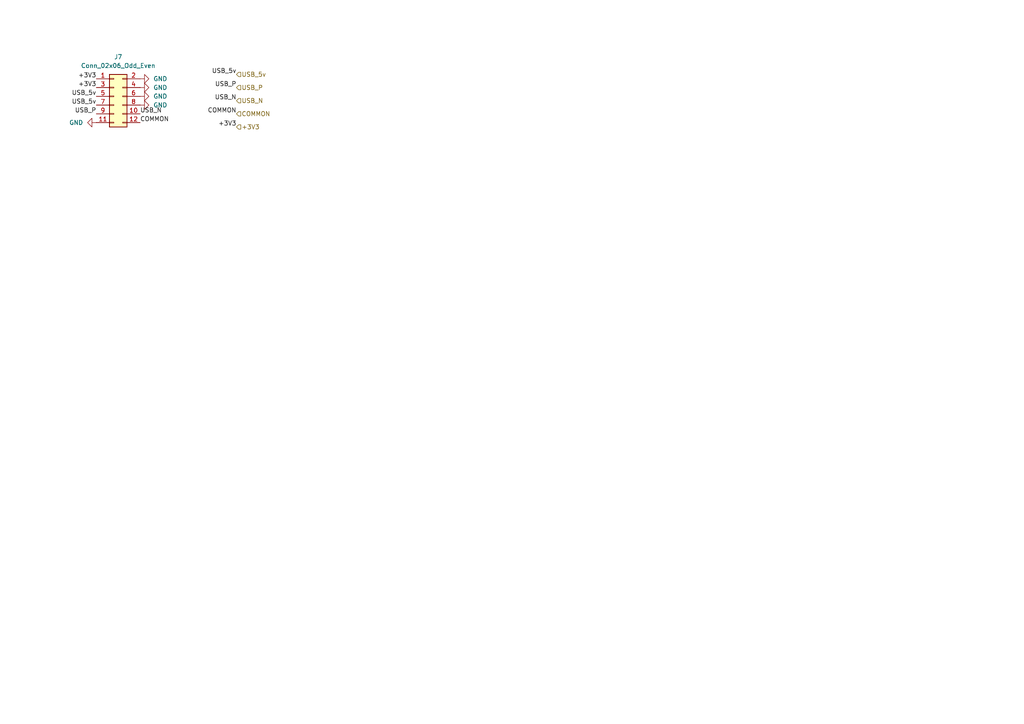
<source format=kicad_sch>
(kicad_sch (version 20250114) (generator "eeschema") (generator_version "9.0")
  (paper "A4")
  (lib_symbols
    (symbol "Connector_Generic:Conn_02x06_Odd_Even" (pin_names (offset 1.016) (hide yes))
      (property "Reference" "J" (at 1.27 7.62 0))
      (property "Value" "Conn_02x06_Odd_Even" (at 1.27 -10.16 0))
      (symbol "Conn_02x06_Odd_Even_1_1"
        (rectangle (start -1.27 6.35) (end 3.81 -8.89) (stroke (width 0.254)) (fill (type background)))
        (rectangle (start -1.27 5.207) (end 0 4.953) (stroke (width 0.1524)))
        (rectangle (start -1.27 2.667) (end 0 2.413) (stroke (width 0.1524)))
        (rectangle (start -1.27 0.127) (end 0 -0.127) (stroke (width 0.1524)))
        (rectangle (start -1.27 -2.413) (end 0 -2.667) (stroke (width 0.1524)))
        (rectangle (start -1.27 -4.953) (end 0 -5.207) (stroke (width 0.1524)))
        (rectangle (start -1.27 -7.493) (end 0 -7.747) (stroke (width 0.1524)))
        (rectangle (start 3.81 5.207) (end 2.54 4.953) (stroke (width 0.1524)))
        (rectangle (start 3.81 2.667) (end 2.54 2.413) (stroke (width 0.1524)))
        (rectangle (start 3.81 0.127) (end 2.54 -0.127) (stroke (width 0.1524)))
        (rectangle (start 3.81 -2.413) (end 2.54 -2.667) (stroke (width 0.1524)))
        (rectangle (start 3.81 -4.953) (end 2.54 -5.207) (stroke (width 0.1524)))
        (rectangle (start 3.81 -7.493) (end 2.54 -7.747) (stroke (width 0.1524)))
        (pin passive line (at -5.08 5.08 0) (length 3.81) (name "Pin_1") (number "1"))
        (pin passive line (at -5.08 2.54 0) (length 3.81) (name "Pin_3") (number "3"))
        (pin passive line (at -5.08 0 0) (length 3.81) (name "Pin_5") (number "5"))
        (pin passive line (at -5.08 -2.54 0) (length 3.81) (name "Pin_7") (number "7"))
        (pin passive line (at -5.08 -5.08 0) (length 3.81) (name "Pin_9") (number "9"))
        (pin passive line (at -5.08 -7.62 0) (length 3.81) (name "Pin_11") (number "11"))
        (pin passive line (at 7.62 5.08 180) (length 3.81) (name "Pin_2") (number "2"))
        (pin passive line (at 7.62 2.54 180) (length 3.81) (name "Pin_4") (number "4"))
        (pin passive line (at 7.62 0 180) (length 3.81) (name "Pin_6") (number "6"))
        (pin passive line (at 7.62 -2.54 180) (length 3.81) (name "Pin_8") (number "8"))
        (pin passive line (at 7.62 -5.08 180) (length 3.81) (name "Pin_10") (number "10"))
        (pin passive line (at 7.62 -7.62 180) (length 3.81) (name "Pin_12") (number "12"))
      )
    )
    (symbol "power:GND" (power) (pin_numbers (hide yes)) (pin_names (offset 0) (hide yes))
      (property "Value" "GND" (at 0 -3.81 0))
      (symbol "GND_0_1"
        (polyline (pts (xy 0 0) (xy 0 -1.27) (xy 1.27 -1.27) (xy 0 -2.54) (xy -1.27 -1.27) (xy 0 -1.27)))
      )
      (symbol "GND_1_1"
        (pin power_in line (at 0 0 270) (length 0) (name "~") (number "1"))
      )
    )
  )
  (label "USB_5v" (at 27.94 30.48 180))
  (label "+3V3" (at 27.94 22.86 180))
  (label "USB_N" (at 40.64 33.02 0))
  (label "COMMON" (at 40.64 35.56 0))
  (label "COMMON" (at 68.58 33.02 180))
  (label "USB_5v" (at 68.58 21.59 180))
  (label "USB_P" (at 27.94 33.02 180))
  (label "+3V3" (at 27.94 25.4 180))
  (label "USB_P" (at 68.58 25.4 180))
  (label "USB_N" (at 68.58 29.21 180))
  (label "USB_5v" (at 27.94 27.94 180))
  (label "+3V3" (at 68.58 36.83 180))
  (hierarchical_label "COMMON" (shape input) (at 68.58 33.02 0))
  (hierarchical_label "USB_N" (shape input) (at 68.58 29.21 0))
  (hierarchical_label "USB_P" (shape input) (at 68.58 25.4 0))
  (hierarchical_label "USB_5v" (shape input) (at 68.58 21.59 0))
  (hierarchical_label "+3V3" (shape input) (at 68.58 36.83 0))
  (symbol (lib_id "Connector_Generic:Conn_02x06_Odd_Even") (at 33.02 27.94 0) (unit 1)
    (property "Reference" "J1" (at 34.29 16.51 0))
    (property "Value" "Conn_02x06_Odd_Even" (at 34.29 19.05 0))
    (property "Footprint" "Connector_IDC:IDC-Header_2x06_P2.54mm_Vertical" (effects (hide yes)))
    (property "Description" "Generic connector, double row, 02x06, odd/even pin numbering scheme (row 1 odd numbers, row 2 even numbers), script generated (kicad-library-utils/schlib/autogen/connector/)" (effects (hide yes)))
    (instances (project "backplane" (path "" (reference "J7") (unit 1)) (path "" (reference "J15") (unit 1)) (path "" (reference "J11") (unit 1)) (path "" (reference "J3") (unit 1)) (path "" (reference "J5") (unit 1)) (path "" (reference "J13") (unit 1)) (path "" (reference "J9") (unit 1)) (path "" (reference "J1") (unit 1)) (path "" (reference "J6") (unit 1)) (path "" (reference "J14") (unit 1)) (path "" (reference "J10") (unit 1)) (path "" (reference "J2") (unit 1)) (path "" (reference "J8") (unit 1)) (path "" (reference "J16") (unit 1)) (path "" (reference "J12") (unit 1)) (path "" (reference "J4") (unit 1))))
  )
  (symbol (lib_id "power:GND") (at 40.64 22.86 90) (unit 1)
    (property "Reference" "#PWR097" (effects (hide yes)))
    (property "Value" "GND" (at 44.45 22.8599 90) (effects (justify right)))
    (property "Description" "Power symbol creates a global label with name \"GND\" , ground" (effects (hide yes)))
    (instances (project "backplane" (path "" (reference "#PWR0123") (unit 1)) (path "" (reference "#PWR0177") (unit 1)) (path "" (reference "#PWR0157") (unit 1)) (path "" (reference "#PWR0113") (unit 1)) (path "" (reference "#PWR0118") (unit 1)) (path "" (reference "#PWR0167") (unit 1)) (path "" (reference "#PWR0127") (unit 1)) (path "" (reference "#PWR097") (unit 1)) (path "" (reference "#PWR0121") (unit 1)) (path "" (reference "#PWR0172") (unit 1)) (path "" (reference "#PWR0152") (unit 1)) (path "" (reference "#PWR0102") (unit 1)) (path "" (reference "#PWR0125") (unit 1)) (path "" (reference "#PWR0182") (unit 1)) (path "" (reference "#PWR0162") (unit 1)) (path "" (reference "#PWR0133") (unit 1))))
  )
  (symbol (lib_id "power:GND") (at 27.94 35.56 270) (unit 1)
    (property "Reference" "#PWR096" (effects (hide yes)))
    (property "Value" "GND" (at 24.13 35.5599 90) (effects (justify right)))
    (property "Description" "Power symbol creates a global label with name \"GND\" , ground" (effects (hide yes)))
    (instances (project "backplane" (path "" (reference "#PWR0122") (unit 1)) (path "" (reference "#PWR0176") (unit 1)) (path "" (reference "#PWR0156") (unit 1)) (path "" (reference "#PWR0112") (unit 1)) (path "" (reference "#PWR0117") (unit 1)) (path "" (reference "#PWR0166") (unit 1)) (path "" (reference "#PWR0126") (unit 1)) (path "" (reference "#PWR096") (unit 1)) (path "" (reference "#PWR0119") (unit 1)) (path "" (reference "#PWR0171") (unit 1)) (path "" (reference "#PWR0128") (unit 1)) (path "" (reference "#PWR0101") (unit 1)) (path "" (reference "#PWR0124") (unit 1)) (path "" (reference "#PWR0181") (unit 1)) (path "" (reference "#PWR0161") (unit 1)) (path "" (reference "#PWR0132") (unit 1))))
  )
  (symbol (lib_id "power:GND") (at 40.64 25.4 90) (unit 1)
    (property "Reference" "#PWR098" (effects (hide yes)))
    (property "Value" "GND" (at 44.45 25.3999 90) (effects (justify right)))
    (property "Description" "Power symbol creates a global label with name \"GND\" , ground" (effects (hide yes)))
    (instances (project "backplane" (path "" (reference "#PWR0143") (unit 1)) (path "" (reference "#PWR0178") (unit 1)) (path "" (reference "#PWR0158") (unit 1)) (path "" (reference "#PWR0129") (unit 1)) (path "" (reference "#PWR0137") (unit 1)) (path "" (reference "#PWR0168") (unit 1)) (path "" (reference "#PWR0149") (unit 1)) (path "" (reference "#PWR098") (unit 1)) (path "" (reference "#PWR0140") (unit 1)) (path "" (reference "#PWR0173") (unit 1)) (path "" (reference "#PWR0153") (unit 1)) (path "" (reference "#PWR0103") (unit 1)) (path "" (reference "#PWR0146") (unit 1)) (path "" (reference "#PWR0183") (unit 1)) (path "" (reference "#PWR0163") (unit 1)) (path "" (reference "#PWR0134") (unit 1))))
  )
  (symbol (lib_id "power:GND") (at 40.64 27.94 90) (unit 1)
    (property "Reference" "#PWR099" (effects (hide yes)))
    (property "Value" "GND" (at 44.45 27.9399 90) (effects (justify right)))
    (property "Description" "Power symbol creates a global label with name \"GND\" , ground" (effects (hide yes)))
    (instances (project "backplane" (path "" (reference "#PWR0144") (unit 1)) (path "" (reference "#PWR0179") (unit 1)) (path "" (reference "#PWR0159") (unit 1)) (path "" (reference "#PWR0130") (unit 1)) (path "" (reference "#PWR0138") (unit 1)) (path "" (reference "#PWR0169") (unit 1)) (path "" (reference "#PWR0150") (unit 1)) (path "" (reference "#PWR099") (unit 1)) (path "" (reference "#PWR0141") (unit 1)) (path "" (reference "#PWR0174") (unit 1)) (path "" (reference "#PWR0154") (unit 1)) (path "" (reference "#PWR0110") (unit 1)) (path "" (reference "#PWR0147") (unit 1)) (path "" (reference "#PWR0184") (unit 1)) (path "" (reference "#PWR0164") (unit 1)) (path "" (reference "#PWR0135") (unit 1))))
  )
  (symbol (lib_id "power:GND") (at 40.64 30.48 90) (unit 1)
    (property "Reference" "#PWR0100" (effects (hide yes)))
    (property "Value" "GND" (at 44.45 30.4799 90) (effects (justify right)))
    (property "Description" "Power symbol creates a global label with name \"GND\" , ground" (effects (hide yes)))
    (instances (project "backplane" (path "" (reference "#PWR0145") (unit 1)) (path "" (reference "#PWR0180") (unit 1)) (path "" (reference "#PWR0160") (unit 1)) (path "" (reference "#PWR0131") (unit 1)) (path "" (reference "#PWR0139") (unit 1)) (path "" (reference "#PWR0170") (unit 1)) (path "" (reference "#PWR0151") (unit 1)) (path "" (reference "#PWR0100") (unit 1)) (path "" (reference "#PWR0142") (unit 1)) (path "" (reference "#PWR0175") (unit 1)) (path "" (reference "#PWR0155") (unit 1)) (path "" (reference "#PWR0111") (unit 1)) (path "" (reference "#PWR0148") (unit 1)) (path "" (reference "#PWR0185") (unit 1)) (path "" (reference "#PWR0165") (unit 1)) (path "" (reference "#PWR0136") (unit 1))))
  )
)
</source>
